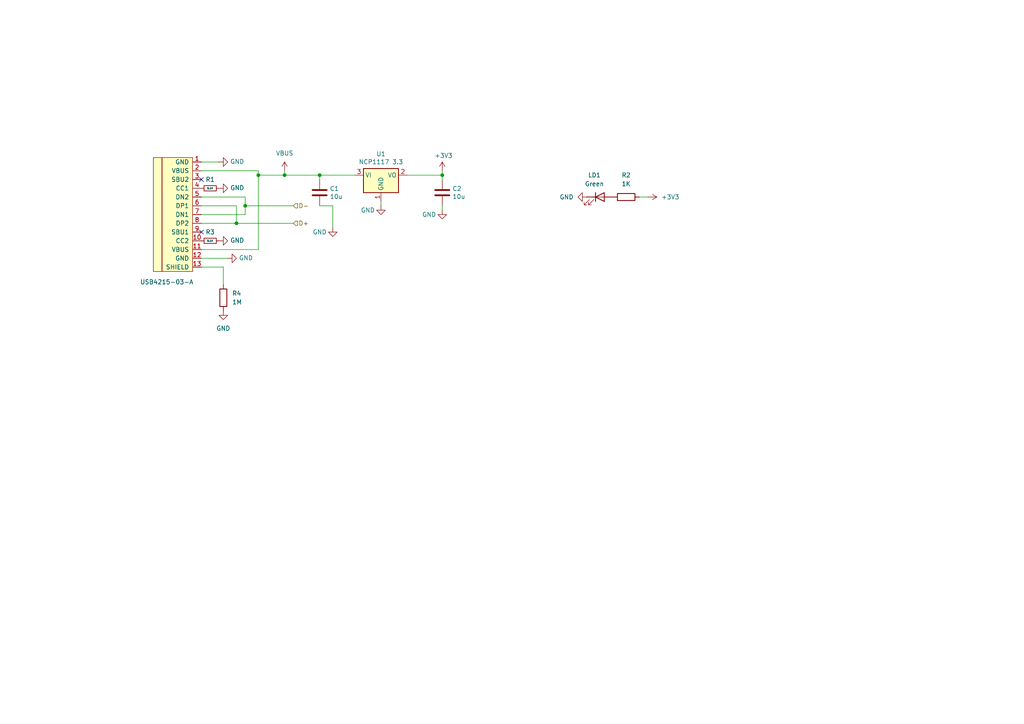
<source format=kicad_sch>
(kicad_sch (version 20250114) (generator "eeschema") (generator_version "9.0")
  (paper "A4")
  (title_block (title "MiniFRANK RM1E") (date "2025-04-15") (rev "${VERSION}") (company "Mikhail Matveev") (comment 1 "https://github.com/xtremespb/frank"))
  (lib_symbols
    (symbol "+3V3_1" (power) (pin_numbers (hide yes)) (pin_names (offset 0) (hide yes))
      (property "Value" "+3V3" (at 0 3.556 0))
      (symbol "+3V3_1_0_1"
        (polyline (pts (xy -0.762 1.27) (xy 0 2.54)))
        (polyline (pts (xy 0 2.54) (xy 0.762 1.27)))
        (polyline (pts (xy 0 0) (xy 0 2.54)))
      )
      (symbol "+3V3_1_1_1"
        (pin power_in line (at 0 0 90) (length 0) (name "~") (number "1"))
      )
    )
    (symbol "Device:C" (pin_numbers (hide yes)) (pin_names (offset 0.254))
      (property "Reference" "C" (at 0.635 2.54 0))
      (property "Value" "C" (at 0.635 -2.54 0))
      (symbol "C_0_1"
        (polyline (pts (xy -2.032 0.762) (xy 2.032 0.762)) (stroke (width 0.508)))
        (polyline (pts (xy -2.032 -0.762) (xy 2.032 -0.762)) (stroke (width 0.508)))
      )
      (symbol "C_1_1"
        (pin passive line (at 0 3.81 270) (length 2.794) (name "~") (number "1"))
        (pin passive line (at 0 -3.81 90) (length 2.794) (name "~") (number "2"))
      )
    )
    (symbol "Device:LED" (pin_numbers (hide yes)) (pin_names (offset 1.016) (hide yes))
      (property "Reference" "D" (at 0 2.54 0))
      (property "Value" "LED" (at 0 -2.54 0))
      (symbol "LED_0_1"
        (polyline (pts (xy -3.048 -0.762) (xy -4.572 -2.286) (xy -3.81 -2.286) (xy -4.572 -2.286) (xy -4.572 -1.524)))
        (polyline (pts (xy -1.778 -0.762) (xy -3.302 -2.286) (xy -2.54 -2.286) (xy -3.302 -2.286) (xy -3.302 -1.524)))
        (polyline (pts (xy -1.27 0) (xy 1.27 0)))
        (polyline (pts (xy -1.27 -1.27) (xy -1.27 1.27)) (stroke (width 0.254)))
        (polyline (pts (xy 1.27 -1.27) (xy 1.27 1.27) (xy -1.27 0) (xy 1.27 -1.27)) (stroke (width 0.254)))
      )
      (symbol "LED_1_1"
        (pin passive line (at -3.81 0 0) (length 2.54) (name "K") (number "1"))
        (pin passive line (at 3.81 0 180) (length 2.54) (name "A") (number "2"))
      )
    )
    (symbol "Device:R" (pin_numbers (hide yes)) (pin_names (offset 0))
      (property "Reference" "R" (at 2.032 0 90))
      (property "Value" "R" (at 0 0 90))
      (symbol "R_0_1"
        (rectangle (start -1.016 -2.54) (end 1.016 2.54) (stroke (width 0.254)))
      )
      (symbol "R_1_1"
        (pin passive line (at 0 3.81 270) (length 1.27) (name "~") (number "1"))
        (pin passive line (at 0 -3.81 90) (length 1.27) (name "~") (number "2"))
      )
    )
    (symbol "Device:R_Small" (pin_numbers (hide yes)) (pin_names (offset 0.254) (hide yes))
      (property "Reference" "R" (at 0.762 0.508 0))
      (property "Value" "R_Small" (at 0.762 -1.016 0))
      (symbol "R_Small_0_1"
        (rectangle (start -0.762 1.778) (end 0.762 -1.778) (stroke (width 0.2032)))
      )
      (symbol "R_Small_1_1"
        (pin passive line (at 0 2.54 270) (length 0.762) (name "~") (number "1"))
        (pin passive line (at 0 -2.54 90) (length 0.762) (name "~") (number "2"))
      )
    )
    (symbol "FRANK:USB-C" (pin_names (offset 1.016))
      (property "Value" "USB Type C" (at 0.254 -20.828 0))
      (symbol "USB-C_0_1"
        (rectangle (start -11.43 15.24) (end -8.89 -17.78) (fill (type background)))
        (rectangle (start 0 -17.78) (end -8.89 15.24) (fill (type background)))
      )
      (symbol "USB-C_1_1"
        (pin input line (at 2.54 13.97 180) (length 2.54) (name "GND") (number "1"))
        (pin input line (at 2.54 11.43 180) (length 2.54) (name "VBUS") (number "2"))
        (pin input line (at 2.54 8.89 180) (length 2.54) (name "SBU2") (number "3"))
        (pin input line (at 2.54 6.35 180) (length 2.54) (name "CC1") (number "4"))
        (pin input line (at 2.54 3.81 180) (length 2.54) (name "DN2") (number "5"))
        (pin input line (at 2.54 1.27 180) (length 2.54) (name "DP1") (number "6"))
        (pin input line (at 2.54 -1.27 180) (length 2.54) (name "DN1") (number "7"))
        (pin input line (at 2.54 -3.81 180) (length 2.54) (name "DP2") (number "8"))
        (pin input line (at 2.54 -6.35 180) (length 2.54) (name "SBU1") (number "9"))
        (pin input line (at 2.54 -8.89 180) (length 2.54) (name "CC2") (number "10"))
        (pin input line (at 2.54 -11.43 180) (length 2.54) (name "VBUS") (number "11"))
        (pin input line (at 2.54 -13.97 180) (length 2.54) (name "GND") (number "12"))
        (pin input line (at 2.54 -16.51 180) (length 2.54) (name "SHIELD") (number "13"))
      )
    )
    (symbol "GND_1" (power) (pin_numbers (hide yes)) (pin_names (offset 0) (hide yes))
      (property "Value" "GND" (at 0 -3.81 0))
      (symbol "GND_1_0_1"
        (polyline (pts (xy 0 0) (xy 0 -1.27) (xy 1.27 -1.27) (xy 0 -2.54) (xy -1.27 -1.27) (xy 0 -1.27)))
      )
      (symbol "GND_1_1_1"
        (pin power_in line (at 0 0 270) (length 0) (name "~") (number "1"))
      )
    )
    (symbol "GND_2" (power) (pin_numbers (hide yes)) (pin_names (offset 0) (hide yes))
      (property "Value" "GND" (at 0 -3.81 0))
      (symbol "GND_2_0_1"
        (polyline (pts (xy 0 0) (xy 0 -1.27) (xy 1.27 -1.27) (xy 0 -2.54) (xy -1.27 -1.27) (xy 0 -1.27)))
      )
      (symbol "GND_2_1_1"
        (pin power_in line (at 0 0 270) (length 0) (name "~") (number "1"))
      )
    )
    (symbol "GND_3" (power) (pin_numbers (hide yes)) (pin_names (offset 0) (hide yes))
      (property "Value" "GND" (at 0 -3.81 0))
      (symbol "GND_3_0_1"
        (polyline (pts (xy 0 0) (xy 0 -1.27) (xy 1.27 -1.27) (xy 0 -2.54) (xy -1.27 -1.27) (xy 0 -1.27)))
      )
      (symbol "GND_3_1_1"
        (pin power_in line (at 0 0 270) (length 0) (name "~") (number "1"))
      )
    )
    (symbol "GND_4" (power) (pin_numbers (hide yes)) (pin_names (offset 0) (hide yes))
      (property "Value" "GND" (at 0 -3.81 0))
      (symbol "GND_4_0_1"
        (polyline (pts (xy 0 0) (xy 0 -1.27) (xy 1.27 -1.27) (xy 0 -2.54) (xy -1.27 -1.27) (xy 0 -1.27)))
      )
      (symbol "GND_4_1_1"
        (pin power_in line (at 0 0 270) (length 0) (name "~") (number "1"))
      )
    )
    (symbol "GND_5" (power) (pin_numbers (hide yes)) (pin_names (offset 0) (hide yes))
      (property "Value" "GND" (at 0 -3.81 0))
      (symbol "GND_5_0_1"
        (polyline (pts (xy 0 0) (xy 0 -1.27) (xy 1.27 -1.27) (xy 0 -2.54) (xy -1.27 -1.27) (xy 0 -1.27)))
      )
      (symbol "GND_5_1_1"
        (pin power_in line (at 0 0 270) (length 0) (name "~") (number "1"))
      )
    )
    (symbol "GND_6" (power) (pin_numbers (hide yes)) (pin_names (offset 0) (hide yes))
      (property "Value" "GND" (at 0 -3.81 0))
      (symbol "GND_6_0_1"
        (polyline (pts (xy 0 0) (xy 0 -1.27) (xy 1.27 -1.27) (xy 0 -2.54) (xy -1.27 -1.27) (xy 0 -1.27)))
      )
      (symbol "GND_6_1_1"
        (pin power_in line (at 0 0 270) (length 0) (name "~") (number "1"))
      )
    )
    (symbol "GND_7" (power) (pin_numbers (hide yes)) (pin_names (offset 0) (hide yes))
      (property "Value" "GND" (at 0 -3.81 0))
      (symbol "GND_7_0_1"
        (polyline (pts (xy 0 0) (xy 0 -1.27) (xy 1.27 -1.27) (xy 0 -2.54) (xy -1.27 -1.27) (xy 0 -1.27)))
      )
      (symbol "GND_7_1_1"
        (pin power_in line (at 0 0 270) (length 0) (name "~") (number "1"))
      )
    )
    (symbol "Regulator_Linear:NCP1117-3.3_SOT223"
      (property "Reference" "U" (at -3.81 3.175 0))
      (property "Value" "NCP1117-3.3_SOT223" (at 0 3.175 0))
      (symbol "NCP1117-3.3_SOT223_0_1"
        (rectangle (start -5.08 -5.08) (end 5.08 1.905) (stroke (width 0.254)) (fill (type background)))
      )
      (symbol "NCP1117-3.3_SOT223_1_1"
        (pin power_in line (at -7.62 0 0) (length 2.54) (name "VI") (number "3"))
        (pin power_in line (at 0 -7.62 90) (length 2.54) (name "GND") (number "1"))
        (pin power_out line (at 7.62 0 180) (length 2.54) (name "VO") (number "2"))
      )
    )
    (symbol "power:+3V3" (power) (pin_numbers (hide yes)) (pin_names (offset 0) (hide yes))
      (property "Value" "+3V3" (at 0 3.556 0))
      (symbol "+3V3_0_1"
        (polyline (pts (xy -0.762 1.27) (xy 0 2.54)))
        (polyline (pts (xy 0 2.54) (xy 0.762 1.27)))
        (polyline (pts (xy 0 0) (xy 0 2.54)))
      )
      (symbol "+3V3_1_1"
        (pin power_in line (at 0 0 90) (length 0) (name "~") (number "1"))
      )
    )
    (symbol "power:GND" (power) (pin_numbers (hide yes)) (pin_names (offset 0) (hide yes))
      (property "Value" "GND" (at 0 -3.81 0))
      (symbol "GND_0_1"
        (polyline (pts (xy 0 0) (xy 0 -1.27) (xy 1.27 -1.27) (xy 0 -2.54) (xy -1.27 -1.27) (xy 0 -1.27)))
      )
      (symbol "GND_1_1"
        (pin power_in line (at 0 0 270) (length 0) (name "~") (number "1"))
      )
    )
    (symbol "power:VBUS" (power) (pin_numbers (hide yes)) (pin_names (offset 0) (hide yes))
      (property "Value" "VBUS" (at 0 3.556 0))
      (symbol "VBUS_0_1"
        (polyline (pts (xy -0.762 1.27) (xy 0 2.54)))
        (polyline (pts (xy 0 2.54) (xy 0.762 1.27)))
        (polyline (pts (xy 0 0) (xy 0 2.54)))
      )
      (symbol "VBUS_1_1"
        (pin power_in line (at 0 0 90) (length 0) (name "~") (number "1"))
      )
    )
  )
  (junction (at 74.93 50.8))
  (junction (at 68.58 64.77))
  (junction (at 82.55 50.8))
  (junction (at 92.71 50.8))
  (junction (at 128.27 50.8))
  (junction (at 71.12 59.69))
  (no_connect (at 58.42 67.31))
  (no_connect (at 58.42 52.07))
  (wire (pts (xy 58.42 49.53) (xy 74.93 49.53)))
  (wire (pts (xy 58.42 59.69) (xy 68.58 59.69)))
  (wire (pts (xy 82.55 50.8) (xy 92.71 50.8)))
  (wire (pts (xy 58.42 74.93) (xy 66.04 74.93)))
  (wire (pts (xy 102.87 50.8) (xy 92.71 50.8)))
  (wire (pts (xy 128.27 50.8) (xy 128.27 49.53)))
  (wire (pts (xy 82.55 49.53) (xy 82.55 50.8)))
  (wire (pts (xy 74.93 72.39) (xy 58.42 72.39)))
  (wire (pts (xy 92.71 52.07) (xy 92.71 50.8)))
  (wire (pts (xy 128.27 52.07) (xy 128.27 50.8)))
  (wire (pts (xy 96.52 59.69) (xy 92.71 59.69)))
  (wire (pts (xy 118.11 50.8) (xy 128.27 50.8)))
  (wire (pts (xy 58.42 57.15) (xy 71.12 57.15)))
  (wire (pts (xy 58.42 62.23) (xy 71.12 62.23)))
  (wire (pts (xy 71.12 59.69) (xy 85.09 59.69)))
  (wire (pts (xy 74.93 50.8) (xy 74.93 72.39)))
  (wire (pts (xy 74.93 49.53) (xy 74.93 50.8)))
  (wire (pts (xy 71.12 59.69) (xy 71.12 62.23)))
  (wire (pts (xy 58.42 46.99) (xy 63.5 46.99)))
  (wire (pts (xy 128.27 59.69) (xy 128.27 60.96)))
  (wire (pts (xy 58.42 64.77) (xy 68.58 64.77)))
  (wire (pts (xy 96.52 59.69) (xy 96.52 66.04)))
  (wire (pts (xy 64.77 77.47) (xy 64.77 82.55)))
  (wire (pts (xy 58.42 77.47) (xy 64.77 77.47)))
  (wire (pts (xy 71.12 57.15) (xy 71.12 59.69)))
  (wire (pts (xy 185.42 57.15) (xy 187.96 57.15)))
  (wire (pts (xy 74.93 50.8) (xy 82.55 50.8)))
  (wire (pts (xy 110.49 58.42) (xy 110.49 59.69)))
  (wire (pts (xy 68.58 64.77) (xy 85.09 64.77)))
  (wire (pts (xy 68.58 59.69) (xy 68.58 64.77)))
  (hierarchical_label "D-" (shape input) (at 85.09 59.69 0))
  (hierarchical_label "D+" (shape input) (at 85.09 64.77 0))
  (symbol (lib_name "GND_3") (lib_id "power:GND") (at 96.52 66.04 0) (unit 1)
    (property "Reference" "#PWR015" (effects (hide yes)))
    (property "Value" "GND" (at 92.71 67.31 0))
    (property "Description" "Power symbol creates a global label with name \"GND\" , ground" (effects (hide yes)))
  )
  (symbol (lib_id "power:VBUS") (at 82.55 49.53 0) (unit 1)
    (property "Reference" "#PWR08" (effects (hide yes)))
    (property "Value" "VBUS" (at 82.55 44.45 0))
    (property "Description" "Power symbol creates a global label with name \"VBUS\"" (effects (hide yes)))
  )
  (symbol (lib_name "GND_5") (lib_id "power:GND") (at 63.5 69.85 90) (unit 1)
    (property "Reference" "#PWR016" (effects (hide yes)))
    (property "Value" "GND" (at 66.7512 69.723 90) (effects (justify right)))
    (property "Description" "Power symbol creates a global label with name \"GND\" , ground" (effects (hide yes)))
  )
  (symbol (lib_name "GND_2") (lib_id "power:GND") (at 170.18 57.15 270) (unit 1)
    (property "Reference" "#PWR011" (effects (hide yes)))
    (property "Value" "GND" (at 166.37 57.1499 90) (effects (justify right)))
    (property "Description" "Power symbol creates a global label with name \"GND\" , ground" (effects (hide yes)))
  )
  (symbol (lib_id "Device:LED") (at 173.99 57.15 0) (unit 1)
    (property "Reference" "LD1" (at 172.4025 50.8 0))
    (property "Value" "Green" (at 172.4025 53.34 0))
    (property "Footprint" "FRANK:LED (0402)" (effects (hide yes)))
    (property "Datasheet" "https://www.farnell.com/datasheets/1760130.pdf" (effects (hide yes)))
    (property "Description" "Light emitting diode" (effects (hide yes)))
    (property "AliExpress" "https://www.aliexpress.com/item/1005007252088951.html" (effects (hide yes)))
    (property "Sim.Pins" "1=K 2=A" (effects (hide yes)))
  )
  (symbol (lib_id "Regulator_Linear:NCP1117-3.3_SOT223") (at 110.49 50.8 0) (unit 1)
    (property "Reference" "U1" (at 110.49 44.6532 0))
    (property "Value" "NCP1117 3.3" (at 110.49 46.9646 0))
    (property "Footprint" "FRANK:SOT-223" (effects (hide yes)))
    (property "Datasheet" "http://www.onsemi.com/pub_link/Collateral/NCP1117-D.PDF" (effects (hide yes)))
    (property "AliExpress" "https://www.aliexpress.com/item/1005005802338707.html" (effects (hide yes)))
  )
  (symbol (lib_id "Device:C") (at 128.27 55.88 0) (unit 1)
    (property "Reference" "C2" (at 131.191 54.7116 0) (effects (justify left)))
    (property "Value" "10u" (at 131.191 57.023 0) (effects (justify left)))
    (property "Footprint" "FRANK:Capacitor (0402)" (effects (hide yes)))
    (property "Datasheet" "https://eu.mouser.com/datasheet/2/40/KGM_X7R-3223212.pdf" (effects (hide yes)))
    (property "AliExpress" "https://www.aliexpress.com/item/33008008276.html" (effects (hide yes)))
  )
  (symbol (lib_name "GND_7") (lib_id "power:GND") (at 66.04 74.93 90) (unit 1)
    (property "Reference" "#PWR017" (effects (hide yes)))
    (property "Value" "GND" (at 69.2912 74.803 90) (effects (justify right)))
    (property "Description" "Power symbol creates a global label with name \"GND\" , ground" (effects (hide yes)))
  )
  (symbol (lib_id "FRANK:USB-C") (at 55.88 60.96 0) (unit 1)
    (property "Reference" "J3" (effects (hide yes)))
    (property "Value" "USB4215-03-A" (at 56.134 81.788 0) (effects (justify right)))
    (property "Footprint" "FRANK:USB Type C" (effects (hide yes)))
    (property "Datasheet" "https://eu.mouser.com/datasheet/2/837/usb4215-3472997.pdf" (effects (hide yes)))
    (property "AliExpress" "https://www.aliexpress.com/item/1005005500797563.html" (effects (hide yes)))
  )
  (symbol (lib_id "Device:C") (at 92.71 55.88 0) (unit 1)
    (property "Reference" "C1" (at 95.631 54.7116 0) (effects (justify left)))
    (property "Value" "10u" (at 95.631 57.023 0) (effects (justify left)))
    (property "Footprint" "FRANK:Capacitor (0402)" (effects (hide yes)))
    (property "Datasheet" "https://eu.mouser.com/datasheet/2/40/KGM_X7R-3223212.pdf" (effects (hide yes)))
    (property "AliExpress" "https://www.aliexpress.com/item/33008008276.html" (effects (hide yes)))
  )
  (symbol (lib_id "Device:R") (at 181.61 57.15 90) (unit 1)
    (property "Reference" "R2" (at 181.61 50.8 90))
    (property "Value" "1K" (at 181.61 53.34 90))
    (property "Footprint" "FRANK:Resistor (0402)" (effects (hide yes)))
    (property "Datasheet" "https://www.vishay.com/docs/28952/mcs0402at-mct0603at-mcu0805at-mca1206at.pdf" (effects (hide yes)))
    (property "Description" "Resistor" (effects (hide yes)))
    (property "AliExpress" "https://www.vishay.com/docs/28952/mcs0402at-mct0603at-mcu0805at-mca1206at.pdf" (effects (hide yes)))
  )
  (symbol (lib_id "Device:R_Small") (at 60.96 69.85 270) (unit 1)
    (property "Reference" "R3" (at 60.96 67.31 90))
    (property "Value" "5.1K" (at 60.96 69.85 90) (effects (font (size 0.508 0.508))))
    (property "Footprint" "FRANK:Resistor (0402)" (effects (hide yes)))
    (property "Datasheet" "https://www.vishay.com/docs/28952/mcs0402at-mct0603at-mcu0805at-mca1206at.pdf" (effects (hide yes)))
    (property "AliExpress" "https://www.aliexpress.com/item/1005005945735199.html" (effects (hide yes)))
  )
  (symbol (lib_name "GND_6") (lib_id "power:GND") (at 63.5 54.61 90) (unit 1)
    (property "Reference" "#PWR010" (effects (hide yes)))
    (property "Value" "GND" (at 66.7512 54.483 90) (effects (justify right)))
    (property "Description" "Power symbol creates a global label with name \"GND\" , ground" (effects (hide yes)))
  )
  (symbol (lib_name "GND_1") (lib_id "power:GND") (at 128.27 60.96 0) (unit 1)
    (property "Reference" "#PWR014" (effects (hide yes)))
    (property "Value" "GND" (at 124.46 62.23 0))
    (property "Description" "Power symbol creates a global label with name \"GND\" , ground" (effects (hide yes)))
  )
  (symbol (lib_id "power:+3V3") (at 128.27 49.53 0) (unit 1)
    (property "Reference" "#PWR09" (effects (hide yes)))
    (property "Value" "+3V3" (at 128.651 45.1358 0))
    (property "Description" "Power symbol creates a global label with name \"+3V3\"" (effects (hide yes)))
  )
  (symbol (lib_id "Device:R_Small") (at 60.96 54.61 270) (unit 1)
    (property "Reference" "R1" (at 60.96 52.07 90))
    (property "Value" "5.1K" (at 60.96 54.61 90) (effects (font (size 0.508 0.508))))
    (property "Footprint" "FRANK:Resistor (0402)" (effects (hide yes)))
    (property "Datasheet" "https://www.vishay.com/docs/28952/mcs0402at-mct0603at-mcu0805at-mca1206at.pdf" (effects (hide yes)))
    (property "AliExpress" "https://www.aliexpress.com/item/1005005945735199.html" (effects (hide yes)))
  )
  (symbol (lib_id "power:GND") (at 63.5 46.99 90) (unit 1)
    (property "Reference" "#PWR07" (effects (hide yes)))
    (property "Value" "GND" (at 66.7512 46.863 90) (effects (justify right)))
    (property "Description" "Power symbol creates a global label with name \"GND\" , ground" (effects (hide yes)))
  )
  (symbol (lib_id "power:GND") (at 64.77 90.17 0) (unit 1)
    (property "Reference" "#PWR018" (effects (hide yes)))
    (property "Value" "GND" (at 64.77 95.25 0))
    (property "Description" "Power symbol creates a global label with name \"GND\" , ground" (effects (hide yes)))
  )
  (symbol (lib_id "Device:R") (at 64.77 86.36 0) (unit 1)
    (property "Reference" "R4" (at 67.31 85.0899 0) (effects (justify left)))
    (property "Value" "1M" (at 67.31 87.6299 0) (effects (justify left)))
    (property "Footprint" "FRANK:Resistor (0402)" (effects (hide yes)))
    (property "Datasheet" "https://www.vishay.com/docs/28952/mcs0402at-mct0603at-mcu0805at-mca1206at.pdf" (effects (hide yes)))
    (property "AliExpress" "https://www.aliexpress.com/item/1005005945735199.html" (effects (hide yes)))
  )
  (symbol (lib_name "+3V3_1") (lib_id "power:+3V3") (at 187.96 57.15 270) (unit 1)
    (property "Reference" "#PWR012" (effects (hide yes)))
    (property "Value" "+3V3" (at 191.77 57.1499 90) (effects (justify left)))
    (property "Description" "Power symbol creates a global label with name \"+3V3\"" (effects (hide yes)))
  )
  (symbol (lib_name "GND_4") (lib_id "power:GND") (at 110.49 59.69 0) (unit 1)
    (property "Reference" "#PWR013" (effects (hide yes)))
    (property "Value" "GND" (at 106.68 60.96 0))
    (property "Description" "Power symbol creates a global label with name \"GND\" , ground" (effects (hide yes)))
  )
)
</source>
